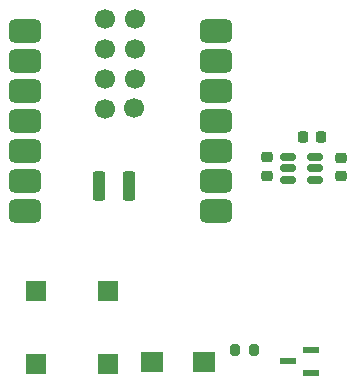
<source format=gbr>
%TF.GenerationSoftware,KiCad,Pcbnew,8.0.6*%
%TF.CreationDate,2024-11-21T01:25:50-08:00*%
%TF.ProjectId,LED20,4c454432-302e-46b6-9963-61645f706362,2*%
%TF.SameCoordinates,Original*%
%TF.FileFunction,Paste,Top*%
%TF.FilePolarity,Positive*%
%FSLAX46Y46*%
G04 Gerber Fmt 4.6, Leading zero omitted, Abs format (unit mm)*
G04 Created by KiCad (PCBNEW 8.0.6) date 2024-11-21 01:25:50*
%MOMM*%
%LPD*%
G01*
G04 APERTURE LIST*
G04 Aperture macros list*
%AMRoundRect*
0 Rectangle with rounded corners*
0 $1 Rounding radius*
0 $2 $3 $4 $5 $6 $7 $8 $9 X,Y pos of 4 corners*
0 Add a 4 corners polygon primitive as box body*
4,1,4,$2,$3,$4,$5,$6,$7,$8,$9,$2,$3,0*
0 Add four circle primitives for the rounded corners*
1,1,$1+$1,$2,$3*
1,1,$1+$1,$4,$5*
1,1,$1+$1,$6,$7*
1,1,$1+$1,$8,$9*
0 Add four rect primitives between the rounded corners*
20,1,$1+$1,$2,$3,$4,$5,0*
20,1,$1+$1,$4,$5,$6,$7,0*
20,1,$1+$1,$6,$7,$8,$9,0*
20,1,$1+$1,$8,$9,$2,$3,0*%
G04 Aperture macros list end*
%ADD10RoundRect,0.150000X0.512500X0.150000X-0.512500X0.150000X-0.512500X-0.150000X0.512500X-0.150000X0*%
%ADD11RoundRect,0.225000X-0.250000X0.225000X-0.250000X-0.225000X0.250000X-0.225000X0.250000X0.225000X0*%
%ADD12R,1.879600X1.701800*%
%ADD13RoundRect,0.500000X-0.875000X-0.500000X0.875000X-0.500000X0.875000X0.500000X-0.875000X0.500000X0*%
%ADD14RoundRect,0.275000X-0.275000X0.975000X-0.275000X-0.975000X0.275000X-0.975000X0.275000X0.975000X0*%
%ADD15C,1.700000*%
%ADD16RoundRect,0.225000X0.250000X-0.225000X0.250000X0.225000X-0.250000X0.225000X-0.250000X-0.225000X0*%
%ADD17RoundRect,0.225000X-0.225000X-0.250000X0.225000X-0.250000X0.225000X0.250000X-0.225000X0.250000X0*%
%ADD18R,1.803400X1.803400*%
%ADD19RoundRect,0.200000X-0.200000X-0.275000X0.200000X-0.275000X0.200000X0.275000X-0.200000X0.275000X0*%
%ADD20R,1.422400X0.558800*%
G04 APERTURE END LIST*
D10*
%TO.C,U2*%
X158406261Y-80514160D03*
X158406261Y-79564160D03*
X158406261Y-78614160D03*
X156131261Y-78614160D03*
X156131261Y-79564160D03*
X156131261Y-80514160D03*
%TD*%
D11*
%TO.C,C3*%
X160637500Y-78675000D03*
X160637500Y-80225000D03*
%TD*%
D12*
%TO.C,CR1*%
X149057100Y-95950000D03*
X144637500Y-95950000D03*
%TD*%
D13*
%TO.C,U4*%
X133855900Y-67931500D03*
X133855900Y-70471500D03*
X133855900Y-73011500D03*
X133855900Y-75551500D03*
X133855900Y-78091500D03*
X133855900Y-80631500D03*
X133855900Y-83171500D03*
X150020900Y-83171500D03*
X150020900Y-80631500D03*
X150020900Y-78091500D03*
X150020900Y-75551500D03*
X150020900Y-73011500D03*
X150020900Y-70471500D03*
X150020900Y-67931500D03*
D14*
X140129500Y-81083200D03*
X142669500Y-81083200D03*
D15*
X140637500Y-66910000D03*
X143177500Y-66910000D03*
X140637500Y-69450000D03*
X143177500Y-69450000D03*
X140637500Y-71990000D03*
X143177500Y-71990000D03*
X140637500Y-74530000D03*
X143084900Y-74473200D03*
%TD*%
D16*
%TO.C,C1*%
X154333037Y-80189265D03*
X154333037Y-78639265D03*
%TD*%
D17*
%TO.C,C2*%
X157378782Y-76910052D03*
X158928782Y-76910052D03*
%TD*%
D18*
%TO.C,LS1*%
X134799055Y-89943829D03*
X134799055Y-96093829D03*
X140949055Y-89943829D03*
X140949055Y-96093829D03*
%TD*%
D19*
%TO.C,R1*%
X151637500Y-94950000D03*
X153287500Y-94950000D03*
%TD*%
D20*
%TO.C,U3*%
X156137500Y-95902500D03*
X158067900Y-94950000D03*
X158067900Y-96855000D03*
%TD*%
M02*

</source>
